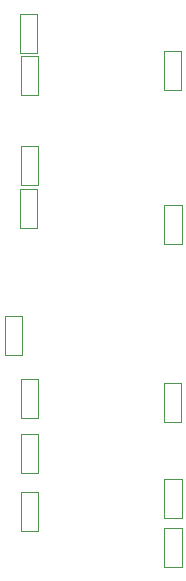
<source format=gbr>
%TF.GenerationSoftware,KiCad,Pcbnew,8.0.3*%
%TF.CreationDate,2024-06-13T16:05:25+05:30*%
%TF.ProjectId,OptoIsolation,4f70746f-4973-46f6-9c61-74696f6e2e6b,rev?*%
%TF.SameCoordinates,Original*%
%TF.FileFunction,Other,User*%
%FSLAX46Y46*%
G04 Gerber Fmt 4.6, Leading zero omitted, Abs format (unit mm)*
G04 Created by KiCad (PCBNEW 8.0.3) date 2024-06-13 16:05:25*
%MOMM*%
%LPD*%
G01*
G04 APERTURE LIST*
%ADD10C,0.050000*%
G04 APERTURE END LIST*
D10*
%TO.C,R19*%
X186670000Y-101241000D02*
X188130000Y-101241000D01*
X186670000Y-104541000D02*
X186670000Y-101241000D01*
X188130000Y-101241000D02*
X188130000Y-104541000D01*
X188130000Y-104541000D02*
X186670000Y-104541000D01*
%TO.C,R6*%
X198795000Y-63912500D02*
X200255000Y-63912500D01*
X198795000Y-67212500D02*
X198795000Y-63912500D01*
X200255000Y-63912500D02*
X200255000Y-67212500D01*
X200255000Y-67212500D02*
X198795000Y-67212500D01*
%TO.C,R11*%
X186670000Y-64307600D02*
X188130000Y-64307600D01*
X186670000Y-67607600D02*
X186670000Y-64307600D01*
X188130000Y-64307600D02*
X188130000Y-67607600D01*
X188130000Y-67607600D02*
X186670000Y-67607600D01*
%TO.C,R9*%
X186580400Y-60739500D02*
X188040400Y-60739500D01*
X186580400Y-64039500D02*
X186580400Y-60739500D01*
X188040400Y-60739500D02*
X188040400Y-64039500D01*
X188040400Y-64039500D02*
X186580400Y-64039500D01*
%TO.C,C11*%
X198820000Y-100108100D02*
X200280000Y-100108100D01*
X198820000Y-103408100D02*
X198820000Y-100108100D01*
X200280000Y-100108100D02*
X200280000Y-103408100D01*
X200280000Y-103408100D02*
X198820000Y-103408100D01*
%TO.C,R7*%
X185295000Y-86350000D02*
X186755000Y-86350000D01*
X185295000Y-89650000D02*
X185295000Y-86350000D01*
X186755000Y-86350000D02*
X186755000Y-89650000D01*
X186755000Y-89650000D02*
X185295000Y-89650000D01*
%TO.C,R18*%
X186670000Y-91670600D02*
X188130000Y-91670600D01*
X186670000Y-94970600D02*
X186670000Y-91670600D01*
X188130000Y-91670600D02*
X188130000Y-94970600D01*
X188130000Y-94970600D02*
X186670000Y-94970600D01*
%TO.C,R12*%
X198820000Y-76873500D02*
X200280000Y-76873500D01*
X198820000Y-80173500D02*
X198820000Y-76873500D01*
X200280000Y-76873500D02*
X200280000Y-80173500D01*
X200280000Y-80173500D02*
X198820000Y-80173500D01*
%TO.C,C10*%
X186670000Y-96279900D02*
X188130000Y-96279900D01*
X186670000Y-99579900D02*
X186670000Y-96279900D01*
X188130000Y-96279900D02*
X188130000Y-99579900D01*
X188130000Y-99579900D02*
X186670000Y-99579900D01*
%TO.C,R17*%
X198745000Y-91962500D02*
X200205000Y-91962500D01*
X198745000Y-95262500D02*
X198745000Y-91962500D01*
X200205000Y-91962500D02*
X200205000Y-95262500D01*
X200205000Y-95262500D02*
X198745000Y-95262500D01*
%TO.C,R14*%
X186670000Y-71937500D02*
X188130000Y-71937500D01*
X186670000Y-75237500D02*
X186670000Y-71937500D01*
X188130000Y-71937500D02*
X188130000Y-75237500D01*
X188130000Y-75237500D02*
X186670000Y-75237500D01*
%TO.C,R16*%
X186570000Y-75575000D02*
X188030000Y-75575000D01*
X186570000Y-78875000D02*
X186570000Y-75575000D01*
X188030000Y-75575000D02*
X188030000Y-78875000D01*
X188030000Y-78875000D02*
X186570000Y-78875000D01*
%TO.C,R20*%
X198820000Y-104249100D02*
X200280000Y-104249100D01*
X198820000Y-107549100D02*
X198820000Y-104249100D01*
X200280000Y-104249100D02*
X200280000Y-107549100D01*
X200280000Y-107549100D02*
X198820000Y-107549100D01*
%TD*%
M02*

</source>
